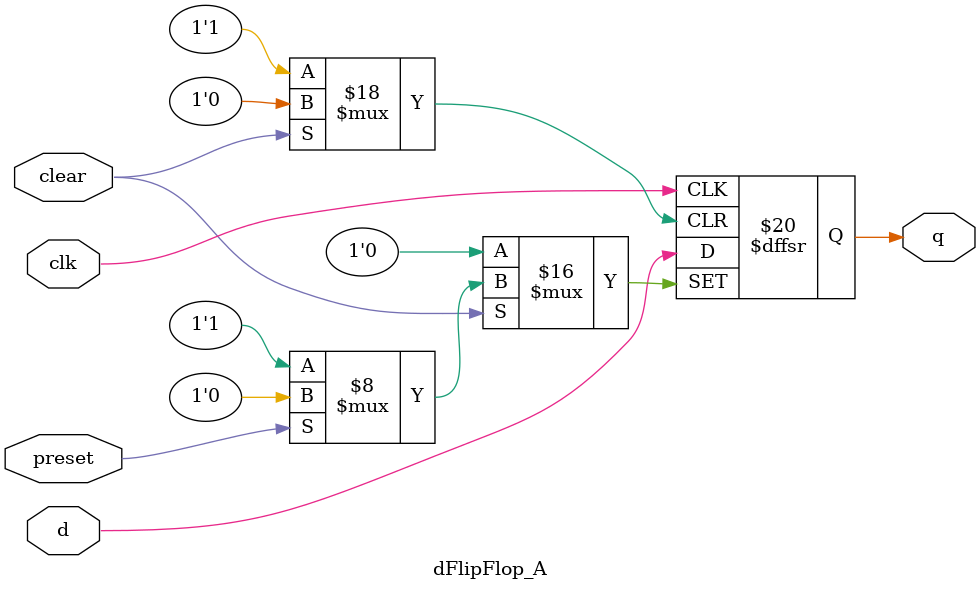
<source format=v>
module dFlipFlop_A(input d,clk,preset,clear,output reg q);
always@(posedge clk or negedge preset or negedge clear)
begin
if(~clear)
q<=0;
else if(~preset)
q<=1;
else if(clk)
q<=d;
end
endmodule

</source>
